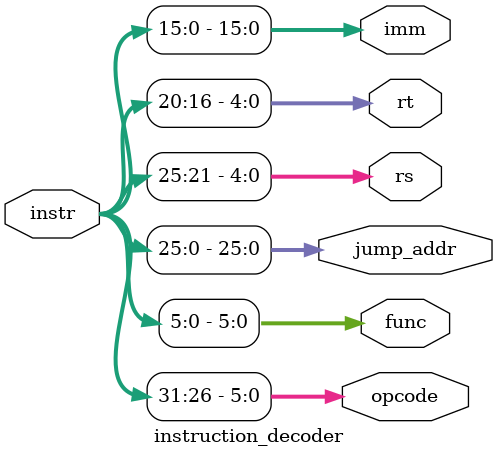
<source format=v>
`timescale 1ns / 1ps

module instruction_decoder (
    input [31:0] instr,
    output [5:0] opcode,
    output [5:0] func,
    output [25:0] jump_addr,
    output [4:0] rs,
    output [4:0] rt,    
	 output [15:0] imm
);

    assign opcode = instr[31:26];     // Opcode
    assign func = instr[5:0];         // Function code
    assign jump_addr = instr[25:0];       // Jump address for 26-bit addresses
    assign rs = instr[25:21];         // Register rs
    assign rt = instr[20:16];         // Register rt
    assign imm = instr[15:0];         // Immediate value (be it the PC relative jump address in case of branch or an immediate constant for ALU computation)
    
endmodule
</source>
